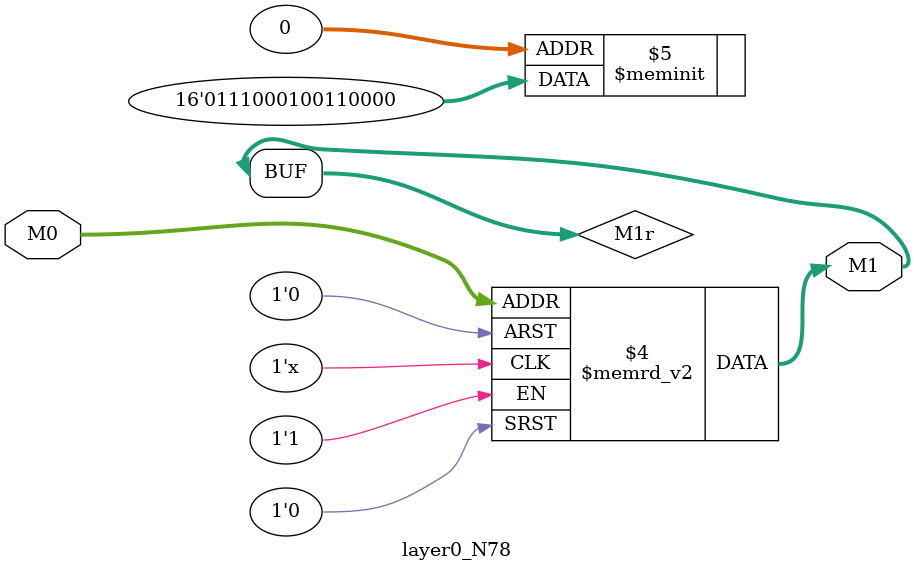
<source format=v>
module layer0_N78 ( input [2:0] M0, output [1:0] M1 );

	(*rom_style = "distributed" *) reg [1:0] M1r;
	assign M1 = M1r;
	always @ (M0) begin
		case (M0)
			3'b000: M1r = 2'b00;
			3'b100: M1r = 2'b01;
			3'b010: M1r = 2'b11;
			3'b110: M1r = 2'b11;
			3'b001: M1r = 2'b00;
			3'b101: M1r = 2'b00;
			3'b011: M1r = 2'b00;
			3'b111: M1r = 2'b01;

		endcase
	end
endmodule

</source>
